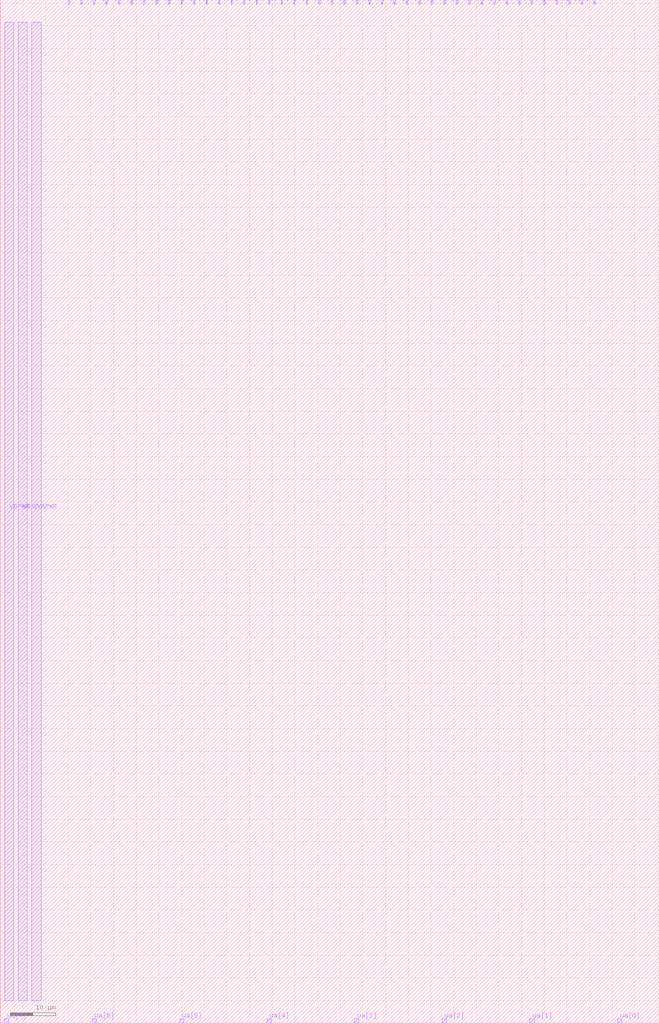
<source format=lef>
VERSION 5.7 ;
  NOWIREEXTENSIONATPIN ON ;
  DIVIDERCHAR "/" ;
  BUSBITCHARS "[]" ;
MACRO tt_um_mrhiemstra_analog_test
  CLASS BLOCK ;
  FOREIGN tt_um_mrhiemstra_analog_test ;
  ORIGIN 0.000 0.000 ;
  SIZE 145.360 BY 225.760 ;
  PIN clk
    DIRECTION INPUT ;
    USE SIGNAL ;
    PORT
      LAYER met4 ;
        RECT 128.190 224.760 128.490 225.760 ;
    END
  END clk
  PIN ena
    DIRECTION INPUT ;
    USE SIGNAL ;
    PORT
      LAYER met4 ;
        RECT 130.950 224.760 131.250 225.760 ;
    END
  END ena
  PIN rst_n
    DIRECTION INPUT ;
    USE SIGNAL ;
    PORT
      LAYER met4 ;
        RECT 125.430 224.760 125.730 225.760 ;
    END
  END rst_n
  PIN ua[0]
    DIRECTION INOUT ;
    USE SIGNAL ;
    PORT
      LAYER met4 ;
        RECT 136.170 0.000 137.070 1.000 ;
    END
  END ua[0]
  PIN ua[1]
    DIRECTION INOUT ;
    USE SIGNAL ;
    PORT
      LAYER met4 ;
        RECT 116.850 0.000 117.750 1.000 ;
    END
  END ua[1]
  PIN ua[2]
    DIRECTION INOUT ;
    USE SIGNAL ;
    PORT
      LAYER met4 ;
        RECT 97.530 0.000 98.430 1.000 ;
    END
  END ua[2]
  PIN ua[3]
    DIRECTION INOUT ;
    USE SIGNAL ;
    PORT
      LAYER met4 ;
        RECT 78.210 0.000 79.110 1.000 ;
    END
  END ua[3]
  PIN ua[4]
    DIRECTION INOUT ;
    USE SIGNAL ;
    PORT
      LAYER met4 ;
        RECT 58.890 0.000 59.790 1.000 ;
    END
  END ua[4]
  PIN ua[5]
    DIRECTION INOUT ;
    USE SIGNAL ;
    PORT
      LAYER met4 ;
        RECT 39.570 0.000 40.470 1.000 ;
    END
  END ua[5]
  PIN ua[6]
    DIRECTION INOUT ;
    USE SIGNAL ;
    PORT
      LAYER met4 ;
        RECT 20.250 0.000 21.150 1.000 ;
    END
  END ua[6]
  PIN ua[7]
    DIRECTION INOUT ;
    USE SIGNAL ;
    PORT
      LAYER met4 ;
        RECT 0.930 0.000 1.830 1.000 ;
    END
  END ua[7]
  PIN ui_in[0]
    DIRECTION INPUT ;
    USE SIGNAL ;
    PORT
      LAYER met4 ;
        RECT 122.670 224.760 122.970 225.760 ;
    END
  END ui_in[0]
  PIN ui_in[1]
    DIRECTION INPUT ;
    USE SIGNAL ;
    PORT
      LAYER met4 ;
        RECT 119.910 224.760 120.210 225.760 ;
    END
  END ui_in[1]
  PIN ui_in[2]
    DIRECTION INPUT ;
    USE SIGNAL ;
    PORT
      LAYER met4 ;
        RECT 117.150 224.760 117.450 225.760 ;
    END
  END ui_in[2]
  PIN ui_in[3]
    DIRECTION INPUT ;
    USE SIGNAL ;
    PORT
      LAYER met4 ;
        RECT 114.390 224.760 114.690 225.760 ;
    END
  END ui_in[3]
  PIN ui_in[4]
    DIRECTION INPUT ;
    USE SIGNAL ;
    PORT
      LAYER met4 ;
        RECT 111.630 224.760 111.930 225.760 ;
    END
  END ui_in[4]
  PIN ui_in[5]
    DIRECTION INPUT ;
    USE SIGNAL ;
    PORT
      LAYER met4 ;
        RECT 108.870 224.760 109.170 225.760 ;
    END
  END ui_in[5]
  PIN ui_in[6]
    DIRECTION INPUT ;
    USE SIGNAL ;
    PORT
      LAYER met4 ;
        RECT 106.110 224.760 106.410 225.760 ;
    END
  END ui_in[6]
  PIN ui_in[7]
    DIRECTION INPUT ;
    USE SIGNAL ;
    PORT
      LAYER met4 ;
        RECT 103.350 224.760 103.650 225.760 ;
    END
  END ui_in[7]
  PIN uio_in[0]
    DIRECTION INPUT ;
    USE SIGNAL ;
    PORT
      LAYER met4 ;
        RECT 100.590 224.760 100.890 225.760 ;
    END
  END uio_in[0]
  PIN uio_in[1]
    DIRECTION INPUT ;
    USE SIGNAL ;
    PORT
      LAYER met4 ;
        RECT 97.830 224.760 98.130 225.760 ;
    END
  END uio_in[1]
  PIN uio_in[2]
    DIRECTION INPUT ;
    USE SIGNAL ;
    PORT
      LAYER met4 ;
        RECT 95.070 224.760 95.370 225.760 ;
    END
  END uio_in[2]
  PIN uio_in[3]
    DIRECTION INPUT ;
    USE SIGNAL ;
    PORT
      LAYER met4 ;
        RECT 92.310 224.760 92.610 225.760 ;
    END
  END uio_in[3]
  PIN uio_in[4]
    DIRECTION INPUT ;
    USE SIGNAL ;
    PORT
      LAYER met4 ;
        RECT 89.550 224.760 89.850 225.760 ;
    END
  END uio_in[4]
  PIN uio_in[5]
    DIRECTION INPUT ;
    USE SIGNAL ;
    PORT
      LAYER met4 ;
        RECT 86.790 224.760 87.090 225.760 ;
    END
  END uio_in[5]
  PIN uio_in[6]
    DIRECTION INPUT ;
    USE SIGNAL ;
    PORT
      LAYER met4 ;
        RECT 84.030 224.760 84.330 225.760 ;
    END
  END uio_in[6]
  PIN uio_in[7]
    DIRECTION INPUT ;
    USE SIGNAL ;
    PORT
      LAYER met4 ;
        RECT 81.270 224.760 81.570 225.760 ;
    END
  END uio_in[7]
  PIN uio_oe[0]
    DIRECTION OUTPUT ;
    USE SIGNAL ;
    PORT
      LAYER met4 ;
        RECT 34.350 224.760 34.650 225.760 ;
    END
  END uio_oe[0]
  PIN uio_oe[1]
    DIRECTION OUTPUT ;
    USE SIGNAL ;
    PORT
      LAYER met4 ;
        RECT 31.590 224.760 31.890 225.760 ;
    END
  END uio_oe[1]
  PIN uio_oe[2]
    DIRECTION OUTPUT ;
    USE SIGNAL ;
    PORT
      LAYER met4 ;
        RECT 28.830 224.760 29.130 225.760 ;
    END
  END uio_oe[2]
  PIN uio_oe[3]
    DIRECTION OUTPUT ;
    USE SIGNAL ;
    PORT
      LAYER met4 ;
        RECT 26.070 224.760 26.370 225.760 ;
    END
  END uio_oe[3]
  PIN uio_oe[4]
    DIRECTION OUTPUT ;
    USE SIGNAL ;
    PORT
      LAYER met4 ;
        RECT 23.310 224.760 23.610 225.760 ;
    END
  END uio_oe[4]
  PIN uio_oe[5]
    DIRECTION OUTPUT ;
    USE SIGNAL ;
    PORT
      LAYER met4 ;
        RECT 20.550 224.760 20.850 225.760 ;
    END
  END uio_oe[5]
  PIN uio_oe[6]
    DIRECTION OUTPUT ;
    USE SIGNAL ;
    PORT
      LAYER met4 ;
        RECT 17.790 224.760 18.090 225.760 ;
    END
  END uio_oe[6]
  PIN uio_oe[7]
    DIRECTION OUTPUT ;
    USE SIGNAL ;
    PORT
      LAYER met4 ;
        RECT 15.030 224.760 15.330 225.760 ;
    END
  END uio_oe[7]
  PIN uio_out[0]
    DIRECTION OUTPUT ;
    USE SIGNAL ;
    PORT
      LAYER met4 ;
        RECT 56.430 224.760 56.730 225.760 ;
    END
  END uio_out[0]
  PIN uio_out[1]
    DIRECTION OUTPUT ;
    USE SIGNAL ;
    PORT
      LAYER met4 ;
        RECT 53.670 224.760 53.970 225.760 ;
    END
  END uio_out[1]
  PIN uio_out[2]
    DIRECTION OUTPUT ;
    USE SIGNAL ;
    PORT
      LAYER met4 ;
        RECT 50.910 224.760 51.210 225.760 ;
    END
  END uio_out[2]
  PIN uio_out[3]
    DIRECTION OUTPUT ;
    USE SIGNAL ;
    PORT
      LAYER met4 ;
        RECT 48.150 224.760 48.450 225.760 ;
    END
  END uio_out[3]
  PIN uio_out[4]
    DIRECTION OUTPUT ;
    USE SIGNAL ;
    PORT
      LAYER met4 ;
        RECT 45.390 224.760 45.690 225.760 ;
    END
  END uio_out[4]
  PIN uio_out[5]
    DIRECTION OUTPUT ;
    USE SIGNAL ;
    PORT
      LAYER met4 ;
        RECT 42.630 224.760 42.930 225.760 ;
    END
  END uio_out[5]
  PIN uio_out[6]
    DIRECTION OUTPUT ;
    USE SIGNAL ;
    PORT
      LAYER met4 ;
        RECT 39.870 224.760 40.170 225.760 ;
    END
  END uio_out[6]
  PIN uio_out[7]
    DIRECTION OUTPUT ;
    USE SIGNAL ;
    PORT
      LAYER met4 ;
        RECT 37.110 224.760 37.410 225.760 ;
    END
  END uio_out[7]
  PIN uo_out[0]
    DIRECTION OUTPUT ;
    USE SIGNAL ;
    PORT
      LAYER met4 ;
        RECT 78.510 224.760 78.810 225.760 ;
    END
  END uo_out[0]
  PIN uo_out[1]
    DIRECTION OUTPUT ;
    USE SIGNAL ;
    PORT
      LAYER met4 ;
        RECT 75.750 224.760 76.050 225.760 ;
    END
  END uo_out[1]
  PIN uo_out[2]
    DIRECTION OUTPUT ;
    USE SIGNAL ;
    PORT
      LAYER met4 ;
        RECT 72.990 224.760 73.290 225.760 ;
    END
  END uo_out[2]
  PIN uo_out[3]
    DIRECTION OUTPUT ;
    USE SIGNAL ;
    PORT
      LAYER met4 ;
        RECT 70.230 224.760 70.530 225.760 ;
    END
  END uo_out[3]
  PIN uo_out[4]
    DIRECTION OUTPUT ;
    USE SIGNAL ;
    PORT
      LAYER met4 ;
        RECT 67.470 224.760 67.770 225.760 ;
    END
  END uo_out[4]
  PIN uo_out[5]
    DIRECTION OUTPUT ;
    USE SIGNAL ;
    PORT
      LAYER met4 ;
        RECT 64.710 224.760 65.010 225.760 ;
    END
  END uo_out[5]
  PIN uo_out[6]
    DIRECTION OUTPUT ;
    USE SIGNAL ;
    PORT
      LAYER met4 ;
        RECT 61.950 224.760 62.250 225.760 ;
    END
  END uo_out[6]
  PIN uo_out[7]
    DIRECTION OUTPUT ;
    USE SIGNAL ;
    PORT
      LAYER met4 ;
        RECT 59.190 224.760 59.490 225.760 ;
    END
  END uo_out[7]
  PIN VDPWR
    DIRECTION INOUT ;
    USE POWER ;
    PORT
      LAYER met4 ;
        RECT 1.000 5.000 3.000 220.760 ;
    END
  END VDPWR
  PIN VGND
    DIRECTION INOUT ;
    USE GROUND ;
    PORT
      LAYER met4 ;
        RECT 4.000 5.000 6.000 220.760 ;
    END
  END VGND
  PIN VAPWR
    DIRECTION INOUT ;
    USE POWER ;
    PORT
      LAYER met4 ;
        RECT 7.000 5.000 9.000 220.760 ;
    END
  END VAPWR
END tt_um_mrhiemstra_analog_test
END LIBRARY


</source>
